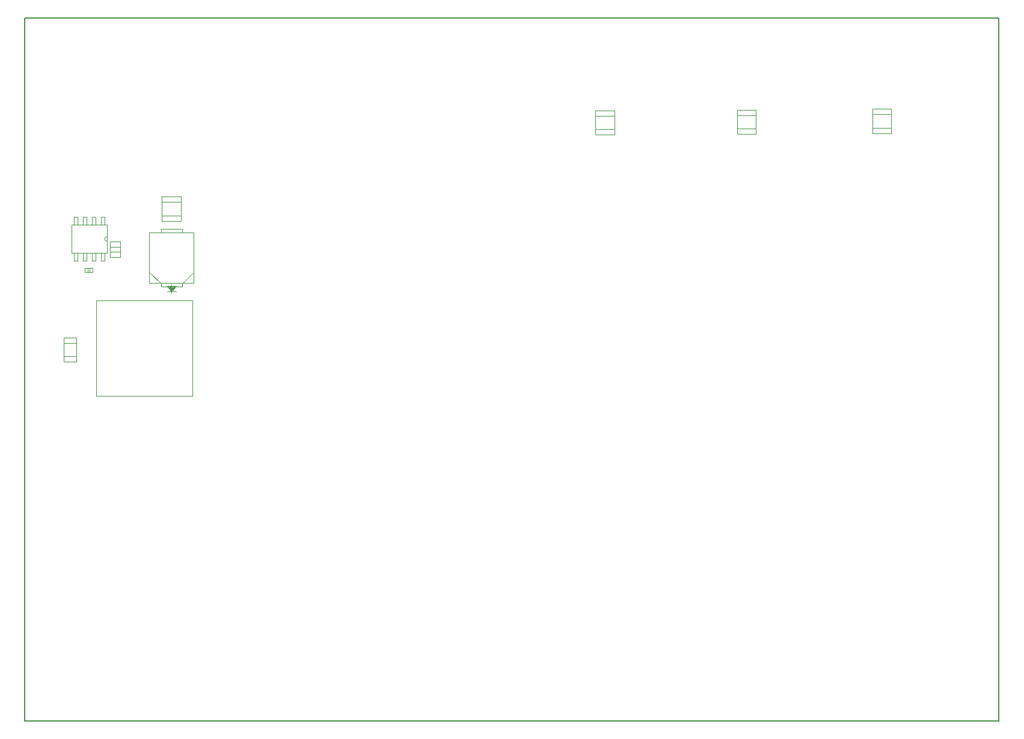
<source format=gbr>
G04 DipTrace 2.4.0.2*
%INTopAssy.gbr*%
%MOIN*%
%ADD11C,0.006*%
%ADD30C,0.001*%
%ADD65C,0.0039*%
%FSLAX44Y44*%
G04*
G70*
G90*
G75*
G01*
%LNTopAssy*%
%LPD*%
X51970Y36847D2*
D30*
X50910D1*
Y36547D1*
X51970D1*
Y36847D1*
X50910Y37588D2*
X51970D1*
Y37888D1*
X50910D1*
Y37588D1*
X51970Y36547D2*
Y37888D1*
X50910D1*
Y36547D1*
X51970D1*
X44470Y36785D2*
X43410D1*
Y36485D1*
X44470D1*
Y36785D1*
X43410Y37525D2*
X44470D1*
Y37825D1*
X43410D1*
Y37525D1*
X44470Y36485D2*
Y37825D1*
X43410D1*
Y36485D1*
X44470D1*
X36630Y36760D2*
X35570D1*
Y36460D1*
X36630D1*
Y36760D1*
X35570Y37500D2*
X36630D1*
Y37800D1*
X35570D1*
Y37500D1*
X36630Y36460D2*
Y37800D1*
X35570D1*
Y36460D1*
X36630D1*
X8655Y30220D2*
X9225D1*
Y30520D1*
X8655D1*
Y30220D1*
X9225Y29950D2*
X8655D1*
Y29650D1*
X9225D1*
Y29950D1*
X8655Y30520D2*
Y29650D1*
X9225D1*
Y30520D1*
X8655D1*
X11535Y32720D2*
X12595D1*
Y33020D1*
X11535D1*
Y32720D1*
X12595Y31980D2*
X11535D1*
Y31680D1*
X12595D1*
Y31980D1*
X11535Y33020D2*
Y31680D1*
X12595D1*
Y33020D1*
X11535D1*
X6795Y24160D2*
X6085D1*
Y23860D1*
X6795D1*
Y24160D1*
X6085Y24900D2*
X6795D1*
Y25200D1*
X6085D1*
Y24900D1*
X6795Y23860D2*
Y25200D1*
X6085D1*
Y23860D1*
X6795D1*
X7425Y28820D2*
Y29060D1*
X7265D1*
Y28820D1*
X7425D1*
X7535Y29060D2*
Y28820D1*
X7695D1*
Y29060D1*
X7535D1*
X7265Y28820D2*
X7695D1*
Y29060D1*
X7265D1*
Y28820D1*
X12650Y28220D2*
X11480D1*
Y28020D1*
X12650D1*
Y28220D1*
X11480Y31020D2*
X12650D1*
Y31220D1*
X11480D1*
Y31020D1*
X11453Y28220D2*
X10840Y28832D1*
X12678Y28220D2*
X13290Y28832D1*
X12065Y28162D2*
Y27662D1*
X11815Y27762D2*
X12315D1*
X12065D2*
X11815Y28063D1*
X12065Y27762D2*
X11865Y28063D1*
X12065Y27762D2*
X11915Y28063D1*
X12065Y27762D2*
X11965Y28063D1*
X12065Y27762D2*
X12015Y28063D1*
X12065Y27762D2*
X12315Y28063D1*
X12065Y27762D2*
X12265Y28063D1*
X12065Y27762D2*
X12215Y28063D1*
X12065Y27762D2*
X12165Y28063D1*
X12065Y27762D2*
X12115Y28063D1*
X11815D2*
X12315D1*
X13290Y28220D2*
Y31020D1*
X10840D1*
Y28220D1*
X13290D1*
X13225Y27280D2*
Y21960D1*
X7905D1*
Y27280D1*
X13225D1*
X8156Y31462D2*
D65*
X8346D1*
Y31897D2*
Y31462D1*
X8156Y31897D2*
X8346D1*
X8156D2*
Y31462D1*
X7656D2*
X7846D1*
Y31897D2*
Y31462D1*
X7656Y31897D2*
X7846D1*
X7656D2*
Y31462D1*
X7156D2*
X7346D1*
Y31897D2*
Y31462D1*
X7156Y31897D2*
X7346D1*
X7156D2*
Y31462D1*
X6656D2*
X6846D1*
Y31897D2*
Y31462D1*
X6656Y31897D2*
X6846D1*
X6656D2*
Y31462D1*
Y29892D2*
X6846D1*
X6656D2*
Y29457D1*
X6846D1*
Y29892D2*
Y29457D1*
X7156Y29892D2*
X7346D1*
X7156D2*
Y29457D1*
X7346D1*
Y29892D2*
Y29457D1*
X7656Y29892D2*
X7846D1*
X7656D2*
Y29457D1*
X7846D1*
Y29892D2*
Y29457D1*
X8156Y29892D2*
X8346D1*
X8156D2*
Y29457D1*
X8346D1*
Y29892D2*
Y29457D1*
X6521Y31462D2*
Y29892D1*
X8481D1*
Y31462D2*
Y29892D1*
X6521Y31462D2*
X8481D1*
Y30797D2*
G03X8481Y30557I0J-120D01*
G01*
X3940Y42940D2*
D11*
Y3940D1*
X57940D1*
Y42940D1*
X3940D1*
M02*

</source>
